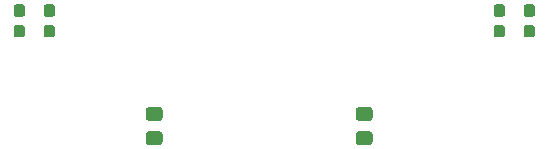
<source format=gbp>
G04 #@! TF.GenerationSoftware,KiCad,Pcbnew,(5.1.5)-3*
G04 #@! TF.CreationDate,2020-03-29T19:39:18+08:00*
G04 #@! TF.ProjectId,317337,33313733-3337-42e6-9b69-6361645f7063,rev?*
G04 #@! TF.SameCoordinates,Original*
G04 #@! TF.FileFunction,Paste,Bot*
G04 #@! TF.FilePolarity,Positive*
%FSLAX46Y46*%
G04 Gerber Fmt 4.6, Leading zero omitted, Abs format (unit mm)*
G04 Created by KiCad (PCBNEW (5.1.5)-3) date 2020-03-29 19:39:18*
%MOMM*%
%LPD*%
G04 APERTURE LIST*
%ADD10C,0.100000*%
G04 APERTURE END LIST*
D10*
G36*
X162820779Y-80361144D02*
G01*
X162843834Y-80364563D01*
X162866443Y-80370227D01*
X162888387Y-80378079D01*
X162909457Y-80388044D01*
X162929448Y-80400026D01*
X162948168Y-80413910D01*
X162965438Y-80429562D01*
X162981090Y-80446832D01*
X162994974Y-80465552D01*
X163006956Y-80485543D01*
X163016921Y-80506613D01*
X163024773Y-80528557D01*
X163030437Y-80551166D01*
X163033856Y-80574221D01*
X163035000Y-80597500D01*
X163035000Y-81172500D01*
X163033856Y-81195779D01*
X163030437Y-81218834D01*
X163024773Y-81241443D01*
X163016921Y-81263387D01*
X163006956Y-81284457D01*
X162994974Y-81304448D01*
X162981090Y-81323168D01*
X162965438Y-81340438D01*
X162948168Y-81356090D01*
X162929448Y-81369974D01*
X162909457Y-81381956D01*
X162888387Y-81391921D01*
X162866443Y-81399773D01*
X162843834Y-81405437D01*
X162820779Y-81408856D01*
X162797500Y-81410000D01*
X162322500Y-81410000D01*
X162299221Y-81408856D01*
X162276166Y-81405437D01*
X162253557Y-81399773D01*
X162231613Y-81391921D01*
X162210543Y-81381956D01*
X162190552Y-81369974D01*
X162171832Y-81356090D01*
X162154562Y-81340438D01*
X162138910Y-81323168D01*
X162125026Y-81304448D01*
X162113044Y-81284457D01*
X162103079Y-81263387D01*
X162095227Y-81241443D01*
X162089563Y-81218834D01*
X162086144Y-81195779D01*
X162085000Y-81172500D01*
X162085000Y-80597500D01*
X162086144Y-80574221D01*
X162089563Y-80551166D01*
X162095227Y-80528557D01*
X162103079Y-80506613D01*
X162113044Y-80485543D01*
X162125026Y-80465552D01*
X162138910Y-80446832D01*
X162154562Y-80429562D01*
X162171832Y-80413910D01*
X162190552Y-80400026D01*
X162210543Y-80388044D01*
X162231613Y-80378079D01*
X162253557Y-80370227D01*
X162276166Y-80364563D01*
X162299221Y-80361144D01*
X162322500Y-80360000D01*
X162797500Y-80360000D01*
X162820779Y-80361144D01*
G37*
G36*
X162820779Y-78611144D02*
G01*
X162843834Y-78614563D01*
X162866443Y-78620227D01*
X162888387Y-78628079D01*
X162909457Y-78638044D01*
X162929448Y-78650026D01*
X162948168Y-78663910D01*
X162965438Y-78679562D01*
X162981090Y-78696832D01*
X162994974Y-78715552D01*
X163006956Y-78735543D01*
X163016921Y-78756613D01*
X163024773Y-78778557D01*
X163030437Y-78801166D01*
X163033856Y-78824221D01*
X163035000Y-78847500D01*
X163035000Y-79422500D01*
X163033856Y-79445779D01*
X163030437Y-79468834D01*
X163024773Y-79491443D01*
X163016921Y-79513387D01*
X163006956Y-79534457D01*
X162994974Y-79554448D01*
X162981090Y-79573168D01*
X162965438Y-79590438D01*
X162948168Y-79606090D01*
X162929448Y-79619974D01*
X162909457Y-79631956D01*
X162888387Y-79641921D01*
X162866443Y-79649773D01*
X162843834Y-79655437D01*
X162820779Y-79658856D01*
X162797500Y-79660000D01*
X162322500Y-79660000D01*
X162299221Y-79658856D01*
X162276166Y-79655437D01*
X162253557Y-79649773D01*
X162231613Y-79641921D01*
X162210543Y-79631956D01*
X162190552Y-79619974D01*
X162171832Y-79606090D01*
X162154562Y-79590438D01*
X162138910Y-79573168D01*
X162125026Y-79554448D01*
X162113044Y-79534457D01*
X162103079Y-79513387D01*
X162095227Y-79491443D01*
X162089563Y-79468834D01*
X162086144Y-79445779D01*
X162085000Y-79422500D01*
X162085000Y-78847500D01*
X162086144Y-78824221D01*
X162089563Y-78801166D01*
X162095227Y-78778557D01*
X162103079Y-78756613D01*
X162113044Y-78735543D01*
X162125026Y-78715552D01*
X162138910Y-78696832D01*
X162154562Y-78679562D01*
X162171832Y-78663910D01*
X162190552Y-78650026D01*
X162210543Y-78638044D01*
X162231613Y-78628079D01*
X162253557Y-78620227D01*
X162276166Y-78614563D01*
X162299221Y-78611144D01*
X162322500Y-78610000D01*
X162797500Y-78610000D01*
X162820779Y-78611144D01*
G37*
G36*
X119640779Y-78611144D02*
G01*
X119663834Y-78614563D01*
X119686443Y-78620227D01*
X119708387Y-78628079D01*
X119729457Y-78638044D01*
X119749448Y-78650026D01*
X119768168Y-78663910D01*
X119785438Y-78679562D01*
X119801090Y-78696832D01*
X119814974Y-78715552D01*
X119826956Y-78735543D01*
X119836921Y-78756613D01*
X119844773Y-78778557D01*
X119850437Y-78801166D01*
X119853856Y-78824221D01*
X119855000Y-78847500D01*
X119855000Y-79422500D01*
X119853856Y-79445779D01*
X119850437Y-79468834D01*
X119844773Y-79491443D01*
X119836921Y-79513387D01*
X119826956Y-79534457D01*
X119814974Y-79554448D01*
X119801090Y-79573168D01*
X119785438Y-79590438D01*
X119768168Y-79606090D01*
X119749448Y-79619974D01*
X119729457Y-79631956D01*
X119708387Y-79641921D01*
X119686443Y-79649773D01*
X119663834Y-79655437D01*
X119640779Y-79658856D01*
X119617500Y-79660000D01*
X119142500Y-79660000D01*
X119119221Y-79658856D01*
X119096166Y-79655437D01*
X119073557Y-79649773D01*
X119051613Y-79641921D01*
X119030543Y-79631956D01*
X119010552Y-79619974D01*
X118991832Y-79606090D01*
X118974562Y-79590438D01*
X118958910Y-79573168D01*
X118945026Y-79554448D01*
X118933044Y-79534457D01*
X118923079Y-79513387D01*
X118915227Y-79491443D01*
X118909563Y-79468834D01*
X118906144Y-79445779D01*
X118905000Y-79422500D01*
X118905000Y-78847500D01*
X118906144Y-78824221D01*
X118909563Y-78801166D01*
X118915227Y-78778557D01*
X118923079Y-78756613D01*
X118933044Y-78735543D01*
X118945026Y-78715552D01*
X118958910Y-78696832D01*
X118974562Y-78679562D01*
X118991832Y-78663910D01*
X119010552Y-78650026D01*
X119030543Y-78638044D01*
X119051613Y-78628079D01*
X119073557Y-78620227D01*
X119096166Y-78614563D01*
X119119221Y-78611144D01*
X119142500Y-78610000D01*
X119617500Y-78610000D01*
X119640779Y-78611144D01*
G37*
G36*
X119640779Y-80361144D02*
G01*
X119663834Y-80364563D01*
X119686443Y-80370227D01*
X119708387Y-80378079D01*
X119729457Y-80388044D01*
X119749448Y-80400026D01*
X119768168Y-80413910D01*
X119785438Y-80429562D01*
X119801090Y-80446832D01*
X119814974Y-80465552D01*
X119826956Y-80485543D01*
X119836921Y-80506613D01*
X119844773Y-80528557D01*
X119850437Y-80551166D01*
X119853856Y-80574221D01*
X119855000Y-80597500D01*
X119855000Y-81172500D01*
X119853856Y-81195779D01*
X119850437Y-81218834D01*
X119844773Y-81241443D01*
X119836921Y-81263387D01*
X119826956Y-81284457D01*
X119814974Y-81304448D01*
X119801090Y-81323168D01*
X119785438Y-81340438D01*
X119768168Y-81356090D01*
X119749448Y-81369974D01*
X119729457Y-81381956D01*
X119708387Y-81391921D01*
X119686443Y-81399773D01*
X119663834Y-81405437D01*
X119640779Y-81408856D01*
X119617500Y-81410000D01*
X119142500Y-81410000D01*
X119119221Y-81408856D01*
X119096166Y-81405437D01*
X119073557Y-81399773D01*
X119051613Y-81391921D01*
X119030543Y-81381956D01*
X119010552Y-81369974D01*
X118991832Y-81356090D01*
X118974562Y-81340438D01*
X118958910Y-81323168D01*
X118945026Y-81304448D01*
X118933044Y-81284457D01*
X118923079Y-81263387D01*
X118915227Y-81241443D01*
X118909563Y-81218834D01*
X118906144Y-81195779D01*
X118905000Y-81172500D01*
X118905000Y-80597500D01*
X118906144Y-80574221D01*
X118909563Y-80551166D01*
X118915227Y-80528557D01*
X118923079Y-80506613D01*
X118933044Y-80485543D01*
X118945026Y-80465552D01*
X118958910Y-80446832D01*
X118974562Y-80429562D01*
X118991832Y-80413910D01*
X119010552Y-80400026D01*
X119030543Y-80388044D01*
X119051613Y-80378079D01*
X119073557Y-80370227D01*
X119096166Y-80364563D01*
X119119221Y-80361144D01*
X119142500Y-80360000D01*
X119617500Y-80360000D01*
X119640779Y-80361144D01*
G37*
G36*
X149064505Y-89351204D02*
G01*
X149088773Y-89354804D01*
X149112572Y-89360765D01*
X149135671Y-89369030D01*
X149157850Y-89379520D01*
X149178893Y-89392132D01*
X149198599Y-89406747D01*
X149216777Y-89423223D01*
X149233253Y-89441401D01*
X149247868Y-89461107D01*
X149260480Y-89482150D01*
X149270970Y-89504329D01*
X149279235Y-89527428D01*
X149285196Y-89551227D01*
X149288796Y-89575495D01*
X149290000Y-89599999D01*
X149290000Y-90250001D01*
X149288796Y-90274505D01*
X149285196Y-90298773D01*
X149279235Y-90322572D01*
X149270970Y-90345671D01*
X149260480Y-90367850D01*
X149247868Y-90388893D01*
X149233253Y-90408599D01*
X149216777Y-90426777D01*
X149198599Y-90443253D01*
X149178893Y-90457868D01*
X149157850Y-90470480D01*
X149135671Y-90480970D01*
X149112572Y-90489235D01*
X149088773Y-90495196D01*
X149064505Y-90498796D01*
X149040001Y-90500000D01*
X148139999Y-90500000D01*
X148115495Y-90498796D01*
X148091227Y-90495196D01*
X148067428Y-90489235D01*
X148044329Y-90480970D01*
X148022150Y-90470480D01*
X148001107Y-90457868D01*
X147981401Y-90443253D01*
X147963223Y-90426777D01*
X147946747Y-90408599D01*
X147932132Y-90388893D01*
X147919520Y-90367850D01*
X147909030Y-90345671D01*
X147900765Y-90322572D01*
X147894804Y-90298773D01*
X147891204Y-90274505D01*
X147890000Y-90250001D01*
X147890000Y-89599999D01*
X147891204Y-89575495D01*
X147894804Y-89551227D01*
X147900765Y-89527428D01*
X147909030Y-89504329D01*
X147919520Y-89482150D01*
X147932132Y-89461107D01*
X147946747Y-89441401D01*
X147963223Y-89423223D01*
X147981401Y-89406747D01*
X148001107Y-89392132D01*
X148022150Y-89379520D01*
X148044329Y-89369030D01*
X148067428Y-89360765D01*
X148091227Y-89354804D01*
X148115495Y-89351204D01*
X148139999Y-89350000D01*
X149040001Y-89350000D01*
X149064505Y-89351204D01*
G37*
G36*
X149064505Y-87301204D02*
G01*
X149088773Y-87304804D01*
X149112572Y-87310765D01*
X149135671Y-87319030D01*
X149157850Y-87329520D01*
X149178893Y-87342132D01*
X149198599Y-87356747D01*
X149216777Y-87373223D01*
X149233253Y-87391401D01*
X149247868Y-87411107D01*
X149260480Y-87432150D01*
X149270970Y-87454329D01*
X149279235Y-87477428D01*
X149285196Y-87501227D01*
X149288796Y-87525495D01*
X149290000Y-87549999D01*
X149290000Y-88200001D01*
X149288796Y-88224505D01*
X149285196Y-88248773D01*
X149279235Y-88272572D01*
X149270970Y-88295671D01*
X149260480Y-88317850D01*
X149247868Y-88338893D01*
X149233253Y-88358599D01*
X149216777Y-88376777D01*
X149198599Y-88393253D01*
X149178893Y-88407868D01*
X149157850Y-88420480D01*
X149135671Y-88430970D01*
X149112572Y-88439235D01*
X149088773Y-88445196D01*
X149064505Y-88448796D01*
X149040001Y-88450000D01*
X148139999Y-88450000D01*
X148115495Y-88448796D01*
X148091227Y-88445196D01*
X148067428Y-88439235D01*
X148044329Y-88430970D01*
X148022150Y-88420480D01*
X148001107Y-88407868D01*
X147981401Y-88393253D01*
X147963223Y-88376777D01*
X147946747Y-88358599D01*
X147932132Y-88338893D01*
X147919520Y-88317850D01*
X147909030Y-88295671D01*
X147900765Y-88272572D01*
X147894804Y-88248773D01*
X147891204Y-88224505D01*
X147890000Y-88200001D01*
X147890000Y-87549999D01*
X147891204Y-87525495D01*
X147894804Y-87501227D01*
X147900765Y-87477428D01*
X147909030Y-87454329D01*
X147919520Y-87432150D01*
X147932132Y-87411107D01*
X147946747Y-87391401D01*
X147963223Y-87373223D01*
X147981401Y-87356747D01*
X148001107Y-87342132D01*
X148022150Y-87329520D01*
X148044329Y-87319030D01*
X148067428Y-87310765D01*
X148091227Y-87304804D01*
X148115495Y-87301204D01*
X148139999Y-87300000D01*
X149040001Y-87300000D01*
X149064505Y-87301204D01*
G37*
G36*
X131284505Y-87301204D02*
G01*
X131308773Y-87304804D01*
X131332572Y-87310765D01*
X131355671Y-87319030D01*
X131377850Y-87329520D01*
X131398893Y-87342132D01*
X131418599Y-87356747D01*
X131436777Y-87373223D01*
X131453253Y-87391401D01*
X131467868Y-87411107D01*
X131480480Y-87432150D01*
X131490970Y-87454329D01*
X131499235Y-87477428D01*
X131505196Y-87501227D01*
X131508796Y-87525495D01*
X131510000Y-87549999D01*
X131510000Y-88200001D01*
X131508796Y-88224505D01*
X131505196Y-88248773D01*
X131499235Y-88272572D01*
X131490970Y-88295671D01*
X131480480Y-88317850D01*
X131467868Y-88338893D01*
X131453253Y-88358599D01*
X131436777Y-88376777D01*
X131418599Y-88393253D01*
X131398893Y-88407868D01*
X131377850Y-88420480D01*
X131355671Y-88430970D01*
X131332572Y-88439235D01*
X131308773Y-88445196D01*
X131284505Y-88448796D01*
X131260001Y-88450000D01*
X130359999Y-88450000D01*
X130335495Y-88448796D01*
X130311227Y-88445196D01*
X130287428Y-88439235D01*
X130264329Y-88430970D01*
X130242150Y-88420480D01*
X130221107Y-88407868D01*
X130201401Y-88393253D01*
X130183223Y-88376777D01*
X130166747Y-88358599D01*
X130152132Y-88338893D01*
X130139520Y-88317850D01*
X130129030Y-88295671D01*
X130120765Y-88272572D01*
X130114804Y-88248773D01*
X130111204Y-88224505D01*
X130110000Y-88200001D01*
X130110000Y-87549999D01*
X130111204Y-87525495D01*
X130114804Y-87501227D01*
X130120765Y-87477428D01*
X130129030Y-87454329D01*
X130139520Y-87432150D01*
X130152132Y-87411107D01*
X130166747Y-87391401D01*
X130183223Y-87373223D01*
X130201401Y-87356747D01*
X130221107Y-87342132D01*
X130242150Y-87329520D01*
X130264329Y-87319030D01*
X130287428Y-87310765D01*
X130311227Y-87304804D01*
X130335495Y-87301204D01*
X130359999Y-87300000D01*
X131260001Y-87300000D01*
X131284505Y-87301204D01*
G37*
G36*
X131284505Y-89351204D02*
G01*
X131308773Y-89354804D01*
X131332572Y-89360765D01*
X131355671Y-89369030D01*
X131377850Y-89379520D01*
X131398893Y-89392132D01*
X131418599Y-89406747D01*
X131436777Y-89423223D01*
X131453253Y-89441401D01*
X131467868Y-89461107D01*
X131480480Y-89482150D01*
X131490970Y-89504329D01*
X131499235Y-89527428D01*
X131505196Y-89551227D01*
X131508796Y-89575495D01*
X131510000Y-89599999D01*
X131510000Y-90250001D01*
X131508796Y-90274505D01*
X131505196Y-90298773D01*
X131499235Y-90322572D01*
X131490970Y-90345671D01*
X131480480Y-90367850D01*
X131467868Y-90388893D01*
X131453253Y-90408599D01*
X131436777Y-90426777D01*
X131418599Y-90443253D01*
X131398893Y-90457868D01*
X131377850Y-90470480D01*
X131355671Y-90480970D01*
X131332572Y-90489235D01*
X131308773Y-90495196D01*
X131284505Y-90498796D01*
X131260001Y-90500000D01*
X130359999Y-90500000D01*
X130335495Y-90498796D01*
X130311227Y-90495196D01*
X130287428Y-90489235D01*
X130264329Y-90480970D01*
X130242150Y-90470480D01*
X130221107Y-90457868D01*
X130201401Y-90443253D01*
X130183223Y-90426777D01*
X130166747Y-90408599D01*
X130152132Y-90388893D01*
X130139520Y-90367850D01*
X130129030Y-90345671D01*
X130120765Y-90322572D01*
X130114804Y-90298773D01*
X130111204Y-90274505D01*
X130110000Y-90250001D01*
X130110000Y-89599999D01*
X130111204Y-89575495D01*
X130114804Y-89551227D01*
X130120765Y-89527428D01*
X130129030Y-89504329D01*
X130139520Y-89482150D01*
X130152132Y-89461107D01*
X130166747Y-89441401D01*
X130183223Y-89423223D01*
X130201401Y-89406747D01*
X130221107Y-89392132D01*
X130242150Y-89379520D01*
X130264329Y-89369030D01*
X130287428Y-89360765D01*
X130311227Y-89354804D01*
X130335495Y-89351204D01*
X130359999Y-89350000D01*
X131260001Y-89350000D01*
X131284505Y-89351204D01*
G37*
G36*
X160280779Y-80361144D02*
G01*
X160303834Y-80364563D01*
X160326443Y-80370227D01*
X160348387Y-80378079D01*
X160369457Y-80388044D01*
X160389448Y-80400026D01*
X160408168Y-80413910D01*
X160425438Y-80429562D01*
X160441090Y-80446832D01*
X160454974Y-80465552D01*
X160466956Y-80485543D01*
X160476921Y-80506613D01*
X160484773Y-80528557D01*
X160490437Y-80551166D01*
X160493856Y-80574221D01*
X160495000Y-80597500D01*
X160495000Y-81172500D01*
X160493856Y-81195779D01*
X160490437Y-81218834D01*
X160484773Y-81241443D01*
X160476921Y-81263387D01*
X160466956Y-81284457D01*
X160454974Y-81304448D01*
X160441090Y-81323168D01*
X160425438Y-81340438D01*
X160408168Y-81356090D01*
X160389448Y-81369974D01*
X160369457Y-81381956D01*
X160348387Y-81391921D01*
X160326443Y-81399773D01*
X160303834Y-81405437D01*
X160280779Y-81408856D01*
X160257500Y-81410000D01*
X159782500Y-81410000D01*
X159759221Y-81408856D01*
X159736166Y-81405437D01*
X159713557Y-81399773D01*
X159691613Y-81391921D01*
X159670543Y-81381956D01*
X159650552Y-81369974D01*
X159631832Y-81356090D01*
X159614562Y-81340438D01*
X159598910Y-81323168D01*
X159585026Y-81304448D01*
X159573044Y-81284457D01*
X159563079Y-81263387D01*
X159555227Y-81241443D01*
X159549563Y-81218834D01*
X159546144Y-81195779D01*
X159545000Y-81172500D01*
X159545000Y-80597500D01*
X159546144Y-80574221D01*
X159549563Y-80551166D01*
X159555227Y-80528557D01*
X159563079Y-80506613D01*
X159573044Y-80485543D01*
X159585026Y-80465552D01*
X159598910Y-80446832D01*
X159614562Y-80429562D01*
X159631832Y-80413910D01*
X159650552Y-80400026D01*
X159670543Y-80388044D01*
X159691613Y-80378079D01*
X159713557Y-80370227D01*
X159736166Y-80364563D01*
X159759221Y-80361144D01*
X159782500Y-80360000D01*
X160257500Y-80360000D01*
X160280779Y-80361144D01*
G37*
G36*
X160280779Y-78611144D02*
G01*
X160303834Y-78614563D01*
X160326443Y-78620227D01*
X160348387Y-78628079D01*
X160369457Y-78638044D01*
X160389448Y-78650026D01*
X160408168Y-78663910D01*
X160425438Y-78679562D01*
X160441090Y-78696832D01*
X160454974Y-78715552D01*
X160466956Y-78735543D01*
X160476921Y-78756613D01*
X160484773Y-78778557D01*
X160490437Y-78801166D01*
X160493856Y-78824221D01*
X160495000Y-78847500D01*
X160495000Y-79422500D01*
X160493856Y-79445779D01*
X160490437Y-79468834D01*
X160484773Y-79491443D01*
X160476921Y-79513387D01*
X160466956Y-79534457D01*
X160454974Y-79554448D01*
X160441090Y-79573168D01*
X160425438Y-79590438D01*
X160408168Y-79606090D01*
X160389448Y-79619974D01*
X160369457Y-79631956D01*
X160348387Y-79641921D01*
X160326443Y-79649773D01*
X160303834Y-79655437D01*
X160280779Y-79658856D01*
X160257500Y-79660000D01*
X159782500Y-79660000D01*
X159759221Y-79658856D01*
X159736166Y-79655437D01*
X159713557Y-79649773D01*
X159691613Y-79641921D01*
X159670543Y-79631956D01*
X159650552Y-79619974D01*
X159631832Y-79606090D01*
X159614562Y-79590438D01*
X159598910Y-79573168D01*
X159585026Y-79554448D01*
X159573044Y-79534457D01*
X159563079Y-79513387D01*
X159555227Y-79491443D01*
X159549563Y-79468834D01*
X159546144Y-79445779D01*
X159545000Y-79422500D01*
X159545000Y-78847500D01*
X159546144Y-78824221D01*
X159549563Y-78801166D01*
X159555227Y-78778557D01*
X159563079Y-78756613D01*
X159573044Y-78735543D01*
X159585026Y-78715552D01*
X159598910Y-78696832D01*
X159614562Y-78679562D01*
X159631832Y-78663910D01*
X159650552Y-78650026D01*
X159670543Y-78638044D01*
X159691613Y-78628079D01*
X159713557Y-78620227D01*
X159736166Y-78614563D01*
X159759221Y-78611144D01*
X159782500Y-78610000D01*
X160257500Y-78610000D01*
X160280779Y-78611144D01*
G37*
G36*
X122180779Y-78611144D02*
G01*
X122203834Y-78614563D01*
X122226443Y-78620227D01*
X122248387Y-78628079D01*
X122269457Y-78638044D01*
X122289448Y-78650026D01*
X122308168Y-78663910D01*
X122325438Y-78679562D01*
X122341090Y-78696832D01*
X122354974Y-78715552D01*
X122366956Y-78735543D01*
X122376921Y-78756613D01*
X122384773Y-78778557D01*
X122390437Y-78801166D01*
X122393856Y-78824221D01*
X122395000Y-78847500D01*
X122395000Y-79422500D01*
X122393856Y-79445779D01*
X122390437Y-79468834D01*
X122384773Y-79491443D01*
X122376921Y-79513387D01*
X122366956Y-79534457D01*
X122354974Y-79554448D01*
X122341090Y-79573168D01*
X122325438Y-79590438D01*
X122308168Y-79606090D01*
X122289448Y-79619974D01*
X122269457Y-79631956D01*
X122248387Y-79641921D01*
X122226443Y-79649773D01*
X122203834Y-79655437D01*
X122180779Y-79658856D01*
X122157500Y-79660000D01*
X121682500Y-79660000D01*
X121659221Y-79658856D01*
X121636166Y-79655437D01*
X121613557Y-79649773D01*
X121591613Y-79641921D01*
X121570543Y-79631956D01*
X121550552Y-79619974D01*
X121531832Y-79606090D01*
X121514562Y-79590438D01*
X121498910Y-79573168D01*
X121485026Y-79554448D01*
X121473044Y-79534457D01*
X121463079Y-79513387D01*
X121455227Y-79491443D01*
X121449563Y-79468834D01*
X121446144Y-79445779D01*
X121445000Y-79422500D01*
X121445000Y-78847500D01*
X121446144Y-78824221D01*
X121449563Y-78801166D01*
X121455227Y-78778557D01*
X121463079Y-78756613D01*
X121473044Y-78735543D01*
X121485026Y-78715552D01*
X121498910Y-78696832D01*
X121514562Y-78679562D01*
X121531832Y-78663910D01*
X121550552Y-78650026D01*
X121570543Y-78638044D01*
X121591613Y-78628079D01*
X121613557Y-78620227D01*
X121636166Y-78614563D01*
X121659221Y-78611144D01*
X121682500Y-78610000D01*
X122157500Y-78610000D01*
X122180779Y-78611144D01*
G37*
G36*
X122180779Y-80361144D02*
G01*
X122203834Y-80364563D01*
X122226443Y-80370227D01*
X122248387Y-80378079D01*
X122269457Y-80388044D01*
X122289448Y-80400026D01*
X122308168Y-80413910D01*
X122325438Y-80429562D01*
X122341090Y-80446832D01*
X122354974Y-80465552D01*
X122366956Y-80485543D01*
X122376921Y-80506613D01*
X122384773Y-80528557D01*
X122390437Y-80551166D01*
X122393856Y-80574221D01*
X122395000Y-80597500D01*
X122395000Y-81172500D01*
X122393856Y-81195779D01*
X122390437Y-81218834D01*
X122384773Y-81241443D01*
X122376921Y-81263387D01*
X122366956Y-81284457D01*
X122354974Y-81304448D01*
X122341090Y-81323168D01*
X122325438Y-81340438D01*
X122308168Y-81356090D01*
X122289448Y-81369974D01*
X122269457Y-81381956D01*
X122248387Y-81391921D01*
X122226443Y-81399773D01*
X122203834Y-81405437D01*
X122180779Y-81408856D01*
X122157500Y-81410000D01*
X121682500Y-81410000D01*
X121659221Y-81408856D01*
X121636166Y-81405437D01*
X121613557Y-81399773D01*
X121591613Y-81391921D01*
X121570543Y-81381956D01*
X121550552Y-81369974D01*
X121531832Y-81356090D01*
X121514562Y-81340438D01*
X121498910Y-81323168D01*
X121485026Y-81304448D01*
X121473044Y-81284457D01*
X121463079Y-81263387D01*
X121455227Y-81241443D01*
X121449563Y-81218834D01*
X121446144Y-81195779D01*
X121445000Y-81172500D01*
X121445000Y-80597500D01*
X121446144Y-80574221D01*
X121449563Y-80551166D01*
X121455227Y-80528557D01*
X121463079Y-80506613D01*
X121473044Y-80485543D01*
X121485026Y-80465552D01*
X121498910Y-80446832D01*
X121514562Y-80429562D01*
X121531832Y-80413910D01*
X121550552Y-80400026D01*
X121570543Y-80388044D01*
X121591613Y-80378079D01*
X121613557Y-80370227D01*
X121636166Y-80364563D01*
X121659221Y-80361144D01*
X121682500Y-80360000D01*
X122157500Y-80360000D01*
X122180779Y-80361144D01*
G37*
M02*

</source>
